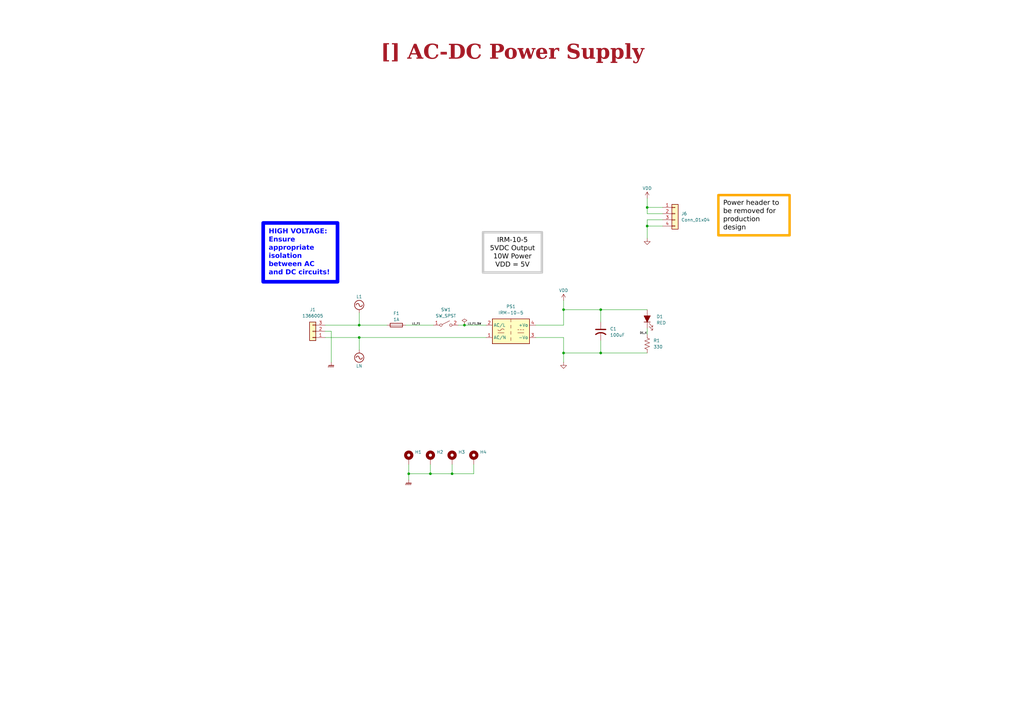
<source format=kicad_sch>
(kicad_sch (version 20250114) (generator "eeschema") (generator_version "9.0")
  (paper "A3")
  (title_block (title "AC-DC Power Supply") (date "2025-08-28") (rev "${REVISION}") (company "${COMPANY}"))
  (lib_symbols
    (symbol "Connector_Generic:Conn_01x03" (pin_names (offset 1.016) (hide yes))
      (property "Reference" "J" (at 0 5.08 0))
      (property "Value" "Conn_01x03" (at 0 -5.08 0))
      (symbol "Conn_01x03_1_1"
        (rectangle (start -1.27 3.81) (end 1.27 -3.81) (stroke (width 0.254)) (fill (type background)))
        (rectangle (start -1.27 2.667) (end 0 2.413) (stroke (width 0.1524)))
        (rectangle (start -1.27 0.127) (end 0 -0.127) (stroke (width 0.1524)))
        (rectangle (start -1.27 -2.413) (end 0 -2.667) (stroke (width 0.1524)))
        (pin passive line (at -5.08 2.54 0) (length 3.81) (name "Pin_1") (number "1"))
        (pin passive line (at -5.08 0 0) (length 3.81) (name "Pin_2") (number "2"))
        (pin passive line (at -5.08 -2.54 0) (length 3.81) (name "Pin_3") (number "3"))
      )
    )
    (symbol "Connector_Generic:Conn_01x04" (pin_names (offset 1.016) (hide yes))
      (property "Reference" "J" (at 0 5.08 0))
      (property "Value" "Conn_01x04" (at 0 -7.62 0))
      (symbol "Conn_01x04_1_1"
        (rectangle (start -1.27 3.81) (end 1.27 -6.35) (stroke (width 0.254)) (fill (type background)))
        (rectangle (start -1.27 2.667) (end 0 2.413) (stroke (width 0.1524)))
        (rectangle (start -1.27 0.127) (end 0 -0.127) (stroke (width 0.1524)))
        (rectangle (start -1.27 -2.413) (end 0 -2.667) (stroke (width 0.1524)))
        (rectangle (start -1.27 -4.953) (end 0 -5.207) (stroke (width 0.1524)))
        (pin passive line (at -5.08 2.54 0) (length 3.81) (name "Pin_1") (number "1"))
        (pin passive line (at -5.08 0 0) (length 3.81) (name "Pin_2") (number "2"))
        (pin passive line (at -5.08 -2.54 0) (length 3.81) (name "Pin_3") (number "3"))
        (pin passive line (at -5.08 -5.08 0) (length 3.81) (name "Pin_4") (number "4"))
      )
    )
    (symbol "Converter_ACDC:IRM-10-5"
      (property "Reference" "PS" (at 0 6.35 0))
      (property "Value" "IRM-10-5" (at 0 -6.35 0))
      (symbol "IRM-10-5_0_1"
        (rectangle (start -7.62 5.08) (end 7.62 -5.08) (stroke (width 0.254)) (fill (type background)))
        (polyline (pts (xy -5.334 -0.635) (xy -2.794 -0.635)))
        (arc (start -4.064 0.635) (mid -4.699 0.2495) (end -5.334 0.635))
        (arc (start -4.064 0.635) (mid -3.429 1.0072) (end -2.794 0.635))
        (polyline (pts (xy 0 5.08) (xy 0 3.81)))
        (polyline (pts (xy 0 2.54) (xy 0 1.27)))
        (polyline (pts (xy 0 0) (xy 0 -1.27)))
        (polyline (pts (xy 0 -2.54) (xy 0 -3.81)))
        (polyline (pts (xy 2.794 0.635) (xy 3.302 0.635)))
        (polyline (pts (xy 2.794 -0.635) (xy 5.334 -0.635)))
        (polyline (pts (xy 3.81 0.635) (xy 4.318 0.635)))
        (polyline (pts (xy 4.826 0.635) (xy 5.334 0.635)))
      )
      (symbol "IRM-10-5_1_1"
        (pin power_in line (at -10.16 2.54 0) (length 2.54) (name "AC/L") (number "2"))
        (pin power_in line (at -10.16 -2.54 0) (length 2.54) (name "AC/N") (number "1"))
        (pin power_out line (at 10.16 2.54 180) (length 2.54) (name "+Vo") (number "4"))
        (pin power_out line (at 10.16 -2.54 180) (length 2.54) (name "-Vo") (number "3"))
      )
    )
    (symbol "Device:C_US" (pin_numbers (hide yes)) (pin_names (offset 0.254) (hide yes))
      (property "Reference" "C" (at 0.635 2.54 0))
      (property "Value" "C_US" (at 0.635 -2.54 0))
      (symbol "C_US_0_1"
        (polyline (pts (xy -2.032 0.762) (xy 2.032 0.762)) (stroke (width 0.508)))
        (arc (start -2.032 -1.27) (mid 0 -0.5572) (end 2.032 -1.27) (stroke (width 0.508)))
      )
      (symbol "C_US_1_1"
        (pin passive line (at 0 3.81 270) (length 2.794) (name "~") (number "1"))
        (pin passive line (at 0 -3.81 90) (length 3.302) (name "~") (number "2"))
      )
    )
    (symbol "Device:Fuse" (pin_numbers (hide yes)) (pin_names (offset 0))
      (property "Reference" "F" (at 2.032 0 90))
      (property "Value" "Fuse" (at -1.905 0 90))
      (symbol "Fuse_0_1"
        (rectangle (start -0.762 -2.54) (end 0.762 2.54) (stroke (width 0.254)))
        (polyline (pts (xy 0 2.54) (xy 0 -2.54)))
      )
      (symbol "Fuse_1_1"
        (pin passive line (at 0 3.81 270) (length 1.27) (name "~") (number "1"))
        (pin passive line (at 0 -3.81 90) (length 1.27) (name "~") (number "2"))
      )
    )
    (symbol "Device:LED_Filled" (pin_numbers (hide yes)) (pin_names (offset 1.016) (hide yes))
      (property "Reference" "D" (at 0 2.54 0))
      (property "Value" "LED_Filled" (at 0 -2.54 0))
      (property "Sim.Pins" "1=K 2=A" (at 0 0 0))
      (symbol "LED_Filled_0_1"
        (polyline (pts (xy -3.048 -0.762) (xy -4.572 -2.286) (xy -3.81 -2.286) (xy -4.572 -2.286) (xy -4.572 -1.524)))
        (polyline (pts (xy -1.778 -0.762) (xy -3.302 -2.286) (xy -2.54 -2.286) (xy -3.302 -2.286) (xy -3.302 -1.524)))
        (polyline (pts (xy -1.27 0) (xy 1.27 0)))
        (polyline (pts (xy -1.27 -1.27) (xy -1.27 1.27)) (stroke (width 0.254)))
        (polyline (pts (xy 1.27 -1.27) (xy 1.27 1.27) (xy -1.27 0) (xy 1.27 -1.27)) (stroke (width 0.254)) (fill (type outline)))
      )
      (symbol "LED_Filled_1_1"
        (pin passive line (at -3.81 0 0) (length 2.54) (name "K") (number "1"))
        (pin passive line (at 3.81 0 180) (length 2.54) (name "A") (number "2"))
      )
    )
    (symbol "Device:R_US" (pin_numbers (hide yes)) (pin_names (offset 0))
      (property "Reference" "R" (at 2.54 0 90))
      (property "Value" "R_US" (at -2.54 0 90))
      (symbol "R_US_0_1"
        (polyline (pts (xy 0 2.286) (xy 0 2.54)))
        (polyline (pts (xy 0 2.286) (xy 1.016 1.905) (xy 0 1.524) (xy -1.016 1.143) (xy 0 0.762)))
        (polyline (pts (xy 0 0.762) (xy 1.016 0.381) (xy 0 0) (xy -1.016 -0.381) (xy 0 -0.762)))
        (polyline (pts (xy 0 -0.762) (xy 1.016 -1.143) (xy 0 -1.524) (xy -1.016 -1.905) (xy 0 -2.286)))
        (polyline (pts (xy 0 -2.286) (xy 0 -2.54)))
      )
      (symbol "R_US_1_1"
        (pin passive line (at 0 3.81 270) (length 1.27) (name "~") (number "1"))
        (pin passive line (at 0 -3.81 90) (length 1.27) (name "~") (number "2"))
      )
    )
    (symbol "Mechanical:MountingHole_Pad" (pin_numbers (hide yes)) (pin_names (offset 1.016) (hide yes)) (in_bom no)
      (property "Reference" "H" (at 0 6.35 0))
      (property "Value" "MountingHole_Pad" (at 0 4.445 0))
      (symbol "MountingHole_Pad_0_1"
        (circle (center 0 1.27) (radius 1.27) (stroke (width 1.27)))
      )
      (symbol "MountingHole_Pad_1_1"
        (pin input line (at 0 -2.54 90) (length 2.54) (name "1") (number "1"))
      )
    )
    (symbol "Switch:SW_SPST" (pin_names (offset 0) (hide yes))
      (property "Reference" "SW" (at 0 3.175 0))
      (property "Value" "SW_SPST" (at 0 -2.54 0))
      (symbol "SW_SPST_0_0"
        (circle (center -2.032 0) (radius 0.508))
        (polyline (pts (xy -1.524 0.254) (xy 1.524 1.778)))
        (circle (center 2.032 0) (radius 0.508))
      )
      (symbol "SW_SPST_1_1"
        (pin passive line (at -5.08 0 0) (length 2.54) (name "A") (number "1"))
        (pin passive line (at 5.08 0 180) (length 2.54) (name "B") (number "2"))
      )
    )
    (symbol "power:AC" (power) (pin_numbers (hide yes)) (pin_names (offset 0) (hide yes))
      (property "Value" "AC" (at 0 6.35 0))
      (symbol "AC_0_1"
        (arc (start -1.27 3.175) (mid -0.635 3.8073) (end 0 3.175) (stroke (width 0.254)))
        (circle (center 0 3.175) (radius 1.905) (stroke (width 0.254)))
        (polyline (pts (xy 0 0) (xy 0 1.27)))
        (arc (start 1.27 3.175) (mid 0.635 2.5427) (end 0 3.175) (stroke (width 0.254)))
      )
      (symbol "AC_1_1"
        (pin power_in line (at 0 0 90) (length 0) (name "~") (number "1"))
      )
    )
    (symbol "power:GND" (power) (pin_numbers (hide yes)) (pin_names (offset 0) (hide yes))
      (property "Value" "GND" (at 0 -3.81 0))
      (symbol "GND_0_1"
        (polyline (pts (xy 0 0) (xy 0 -1.27) (xy 1.27 -1.27) (xy 0 -2.54) (xy -1.27 -1.27) (xy 0 -1.27)))
      )
      (symbol "GND_1_1"
        (pin power_in line (at 0 0 270) (length 0) (name "~") (number "1"))
      )
    )
    (symbol "power:GNDPWR" (power) (pin_numbers (hide yes)) (pin_names (offset 0) (hide yes))
      (property "Value" "GNDPWR" (at 0 -3.302 0))
      (symbol "GNDPWR_0_1"
        (polyline (pts (xy -1.016 -1.27) (xy -1.27 -2.032) (xy -1.27 -2.032)) (stroke (width 0.2032)))
        (polyline (pts (xy -0.508 -1.27) (xy -0.762 -2.032) (xy -0.762 -2.032)) (stroke (width 0.2032)))
        (polyline (pts (xy 0 -1.27) (xy 0 0)))
        (polyline (pts (xy 0 -1.27) (xy -0.254 -2.032) (xy -0.254 -2.032)) (stroke (width 0.2032)))
        (polyline (pts (xy 0.508 -1.27) (xy 0.254 -2.032) (xy 0.254 -2.032)) (stroke (width 0.2032)))
        (polyline (pts (xy 1.016 -1.27) (xy -1.016 -1.27) (xy -1.016 -1.27)) (stroke (width 0.2032)))
        (polyline (pts (xy 1.016 -1.27) (xy 0.762 -2.032) (xy 0.762 -2.032) (xy 0.762 -2.032)) (stroke (width 0.2032)))
      )
      (symbol "GNDPWR_1_1"
        (pin power_in line (at 0 0 270) (length 0) (name "~") (number "1"))
      )
    )
    (symbol "power:PWR_FLAG" (power) (pin_numbers (hide yes)) (pin_names (offset 0) (hide yes))
      (property "Value" "PWR_FLAG" (at 0 3.81 0))
      (symbol "PWR_FLAG_0_0"
        (pin power_out line (at 0 0 90) (length 0) (name "~") (number "1"))
      )
      (symbol "PWR_FLAG_0_1"
        (polyline (pts (xy 0 0) (xy 0 1.27) (xy -1.016 1.905) (xy 0 2.54) (xy 1.016 1.905) (xy 0 1.27)))
      )
    )
    (symbol "power:VDD" (power) (pin_numbers (hide yes)) (pin_names (offset 0) (hide yes))
      (property "Value" "VDD" (at 0 3.556 0))
      (symbol "VDD_0_1"
        (polyline (pts (xy -0.762 1.27) (xy 0 2.54)))
        (polyline (pts (xy 0 2.54) (xy 0.762 1.27)))
        (polyline (pts (xy 0 0) (xy 0 2.54)))
      )
      (symbol "VDD_1_1"
        (pin power_in line (at 0 0 90) (length 0) (name "~") (number "1"))
      )
    )
  )
  (text_box "HIGH VOLTAGE:\nEnsure appropriate isolation between AC and DC circuits!" (at 107.95 91.44 0) (size 30.48 24.13) (margins 2.25 2.25 2.25 2.25) (stroke (width 1.5) (color 0 0 255 1)) (effects (font (size 2 2) (thickness 0.4) (bold yes)) (justify left top)))
  (text_box "Power header to be removed for production design" (at 294.64 80.01 0) (size 29.21 16.51) (margins 2 2 2 2) (stroke (width 1) (color 255 165 0 1)) (effects (font (size 2 2)) (justify left top)))
  (text_box "[${#}] ${TITLE}" (at 10.16 15.24 0) (size 400.05 12.7) (margins 5.9999 5.9999 5.9999 5.9999) (stroke (width -0.0001)) (effects (font (size 6 6) (thickness 1.2) (bold yes))))
  (text_box "IRM-10-5\n5VDC Output\n10W Power\nVDD = 5V" (at 198.12 95.25 0) (size 24.13 16.51) (margins 2 2 2 2) (stroke (width 1) (color 200 200 200 1)) (effects (font (size 2 2)) (justify top)))
  (junction (at 246.38 127))
  (junction (at 190.5 133.35))
  (junction (at 147.32 138.43))
  (junction (at 246.38 144.78))
  (junction (at 167.64 194.31))
  (junction (at 265.43 92.71))
  (junction (at 265.43 85.09))
  (junction (at 231.14 144.78))
  (junction (at 147.32 133.35))
  (junction (at 231.14 127))
  (junction (at 176.53 194.31))
  (junction (at 185.42 194.31))
  (wire (pts (xy 271.78 90.17) (xy 265.43 90.17)))
  (wire (pts (xy 185.42 194.31) (xy 176.53 194.31)))
  (wire (pts (xy 246.38 144.78) (xy 246.38 139.7)))
  (wire (pts (xy 231.14 144.78) (xy 246.38 144.78)))
  (wire (pts (xy 265.43 87.63) (xy 265.43 85.09)))
  (wire (pts (xy 176.53 194.31) (xy 167.64 194.31)))
  (wire (pts (xy 265.43 85.09) (xy 265.43 81.28)))
  (wire (pts (xy 231.14 127) (xy 231.14 133.35)))
  (wire (pts (xy 187.96 133.35) (xy 190.5 133.35)))
  (wire (pts (xy 231.14 144.78) (xy 231.14 148.59)))
  (wire (pts (xy 133.35 138.43) (xy 147.32 138.43)))
  (wire (pts (xy 176.53 190.5) (xy 176.53 194.31)))
  (wire (pts (xy 167.64 190.5) (xy 167.64 194.31)))
  (wire (pts (xy 147.32 138.43) (xy 147.32 143.51)))
  (wire (pts (xy 135.89 135.89) (xy 133.35 135.89)))
  (wire (pts (xy 265.43 85.09) (xy 271.78 85.09)))
  (wire (pts (xy 167.64 194.31) (xy 167.64 196.85)))
  (wire (pts (xy 265.43 92.71) (xy 271.78 92.71)))
  (wire (pts (xy 185.42 190.5) (xy 185.42 194.31)))
  (wire (pts (xy 219.71 133.35) (xy 231.14 133.35)))
  (wire (pts (xy 147.32 128.27) (xy 147.32 133.35)))
  (wire (pts (xy 271.78 87.63) (xy 265.43 87.63)))
  (wire (pts (xy 133.35 133.35) (xy 147.32 133.35)))
  (wire (pts (xy 190.5 133.35) (xy 199.39 133.35)))
  (wire (pts (xy 265.43 90.17) (xy 265.43 92.71)))
  (wire (pts (xy 219.71 138.43) (xy 231.14 138.43)))
  (wire (pts (xy 246.38 127) (xy 231.14 127)))
  (wire (pts (xy 231.14 138.43) (xy 231.14 144.78)))
  (wire (pts (xy 231.14 123.19) (xy 231.14 127)))
  (wire (pts (xy 147.32 133.35) (xy 158.75 133.35)))
  (wire (pts (xy 246.38 144.78) (xy 265.43 144.78)))
  (wire (pts (xy 194.31 194.31) (xy 185.42 194.31)))
  (wire (pts (xy 246.38 132.08) (xy 246.38 127)))
  (wire (pts (xy 135.89 148.59) (xy 135.89 135.89)))
  (wire (pts (xy 147.32 138.43) (xy 199.39 138.43)))
  (wire (pts (xy 246.38 127) (xy 265.43 127)))
  (wire (pts (xy 194.31 190.5) (xy 194.31 194.31)))
  (wire (pts (xy 166.37 133.35) (xy 177.8 133.35)))
  (wire (pts (xy 265.43 92.71) (xy 265.43 97.79)))
  (wire (pts (xy 265.43 134.62) (xy 265.43 137.16)))
  (label "L1_F1_SW" (at 191.77 133.35 0) (effects (font (size 0.762 0.762))))
  (label "D1_K" (at 265.43 137.16 180) (effects (font (size 0.762 0.762))))
  (label "L1_F1" (at 168.91 133.35 0) (effects (font (size 0.762 0.762))))
  (symbol (lib_id "Mechanical:MountingHole_Pad") (at 194.31 187.96 0) (unit 1) (in_bom no)
    (property "Reference" "H4" (at 196.85 185.4199 0) (effects (justify left)))
    (property "Value" "MountingHole_Pad" (effects (hide yes)))
    (property "Footprint" "MountingHole:MountingHole_2.7mm_M2.5_Pad_Via" (effects (hide yes)))
    (property "Description" "Mounting Hole with connection" (effects (hide yes)))
  )
  (symbol (lib_id "Device:C_US") (at 246.38 135.89 0) (unit 1)
    (property "Reference" "C1" (at 250.19 134.8739 0) (effects (justify left)))
    (property "Value" "100uF" (at 250.19 137.4139 0) (effects (justify left)))
    (property "Footprint" "Capacitor_THT:C_Radial_D5.0mm_H5.0mm_P2.00mm" (effects (hide yes)))
    (property "Description" "capacitor, US symbol" (effects (hide yes)))
  )
  (symbol (lib_id "Connector_Generic:Conn_01x03") (at 128.27 135.89 180) (unit 1)
    (property "Reference" "J1" (at 128.27 127 0))
    (property "Value" "1366005" (at 128.27 129.54 0))
    (property "Footprint" "PhoenixContact_SPTA:SPTA-THR 2.53-5.0 P26" (effects (hide yes)))
    (property "Description" "Generic connector, single row, 01x03, script generated (kicad-library-utils/schlib/autogen/connector/)" (effects (hide yes)))
  )
  (symbol (lib_id "power:AC") (at 147.32 128.27 0) (unit 1)
    (property "Reference" "#PWR04" (effects (hide yes)))
    (property "Value" "L1" (at 147.32 121.666 0))
    (property "Description" "Power symbol creates a global label with name \"AC\"" (effects (hide yes)))
  )
  (symbol (lib_id "power:GNDPWR") (at 135.89 148.59 0) (unit 1)
    (property "Reference" "#PWR01" (effects (hide yes)))
    (property "Value" "GNDPWR" (effects (hide yes)))
    (property "Description" "Power symbol creates a global label with name \"GNDPWR\" , global ground" (effects (hide yes)))
  )
  (symbol (lib_id "Device:R_US") (at 265.43 140.97 0) (unit 1)
    (property "Reference" "R1" (at 267.97 139.6999 0) (effects (justify left)))
    (property "Value" "330" (at 267.97 142.2399 0) (effects (justify left)))
    (property "Footprint" "Resistor_SMD:R_0603_1608Metric_Pad0.98x0.95mm_HandSolder" (effects (hide yes)))
    (property "Description" "Resistor, US symbol" (effects (hide yes)))
  )
  (symbol (lib_id "Mechanical:MountingHole_Pad") (at 176.53 187.96 0) (unit 1) (in_bom no)
    (property "Reference" "H2" (at 179.07 185.4199 0) (effects (justify left)))
    (property "Value" "MountingHole_Pad" (effects (hide yes)))
    (property "Footprint" "MountingHole:MountingHole_2.7mm_M2.5_Pad_Via" (effects (hide yes)))
    (property "Description" "Mounting Hole with connection" (effects (hide yes)))
  )
  (symbol (lib_id "power:AC") (at 147.32 143.51 180) (unit 1)
    (property "Reference" "#PWR02" (effects (hide yes)))
    (property "Value" "LN" (at 147.32 150.114 0))
    (property "Description" "Power symbol creates a global label with name \"AC\"" (effects (hide yes)))
  )
  (symbol (lib_id "Switch:SW_SPST") (at 182.88 133.35 0) (unit 1)
    (property "Reference" "SW1" (at 182.88 127 0))
    (property "Value" "SW_SPST" (at 182.88 129.54 0))
    (property "Footprint" "TerminalBlock_Phoenix:TerminalBlock_Phoenix_MKDS-1,5-2-5.08_1x02_P5.08mm_Horizontal" (effects (hide yes)))
    (property "Description" "Single Pole Single Throw (SPST) switch" (effects (hide yes)))
  )
  (symbol (lib_id "power:GNDPWR") (at 167.64 196.85 0) (unit 1)
    (property "Reference" "#PWR010" (effects (hide yes)))
    (property "Value" "GNDPWR" (effects (hide yes)))
    (property "Description" "Power symbol creates a global label with name \"GNDPWR\" , global ground" (effects (hide yes)))
  )
  (symbol (lib_id "power:PWR_FLAG") (at 190.5 133.35 0) (unit 1)
    (property "Reference" "#FLG01" (effects (hide yes)))
    (property "Value" "PWR_FLAG" (effects (hide yes)))
    (property "Description" "Special symbol for telling ERC where power comes from" (effects (hide yes)))
  )
  (symbol (lib_id "Converter_ACDC:IRM-10-5") (at 209.55 135.89 0) (unit 1)
    (property "Reference" "PS1" (at 209.55 125.73 0))
    (property "Value" "IRM-10-5" (at 209.55 128.27 0))
    (property "Footprint" "Converter_ACDC:Converter_ACDC_MeanWell_IRM-10-xx_THT" (effects (hide yes)))
    (property "Datasheet" "https://www.meanwell.com/Upload/PDF/IRM-10/IRM-10-SPEC.PDF" (effects (hide yes)))
    (property "Description" "5V, 2A, 10W, Isolated, AC-DC, 222A(IRM10)" (effects (hide yes)))
  )
  (symbol (lib_id "power:GND") (at 265.43 97.79 0) (unit 1)
    (property "Reference" "#PWR027" (effects (hide yes)))
    (property "Value" "GND" (effects (hide yes)))
    (property "Description" "Power symbol creates a global label with name \"GND\" , ground" (effects (hide yes)))
  )
  (symbol (lib_id "power:VDD") (at 265.43 81.28 0) (unit 1)
    (property "Reference" "#PWR026" (effects (hide yes)))
    (property "Value" "VDD" (at 265.43 77.216 0))
    (property "Description" "Power symbol creates a global label with name \"VDD\"" (effects (hide yes)))
  )
  (symbol (lib_id "Connector_Generic:Conn_01x04") (at 276.86 87.63 0) (unit 1)
    (property "Reference" "J6" (at 279.4 87.6299 0) (effects (justify left)))
    (property "Value" "Conn_01x04" (at 279.4 90.1699 0) (effects (justify left)))
    (property "Footprint" "Connector_PinHeader_2.54mm:PinHeader_1x04_P2.54mm_Vertical" (effects (hide yes)))
    (property "Description" "Generic connector, single row, 01x04, script generated (kicad-library-utils/schlib/autogen/connector/)" (effects (hide yes)))
  )
  (symbol (lib_id "Device:LED_Filled") (at 265.43 130.81 90) (unit 1)
    (property "Reference" "D1" (at 269.24 129.8574 90) (effects (justify right)))
    (property "Value" "RED" (at 269.24 132.3974 90) (effects (justify right)))
    (property "Footprint" "LED_SMD:LED_0603_1608Metric_Pad1.05x0.95mm_HandSolder" (effects (hide yes)))
    (property "Description" "Light emitting diode, filled shape" (effects (hide yes)))
  )
  (symbol (lib_id "power:VDD") (at 231.14 123.19 0) (unit 1)
    (property "Reference" "#PWR03" (effects (hide yes)))
    (property "Value" "VDD" (at 231.14 119.126 0))
    (property "Description" "Power symbol creates a global label with name \"VDD\"" (effects (hide yes)))
  )
  (symbol (lib_id "Mechanical:MountingHole_Pad") (at 167.64 187.96 0) (unit 1) (in_bom no)
    (property "Reference" "H1" (at 170.18 185.4199 0) (effects (justify left)))
    (property "Value" "MountingHole_Pad" (effects (hide yes)))
    (property "Footprint" "MountingHole:MountingHole_2.7mm_M2.5_Pad_Via" (effects (hide yes)))
    (property "Description" "Mounting Hole with connection" (effects (hide yes)))
  )
  (symbol (lib_id "Device:Fuse") (at 162.56 133.35 90) (unit 1)
    (property "Reference" "F1" (at 162.56 128.524 90))
    (property "Value" "1A" (at 162.56 131.064 90))
    (property "Footprint" "Fuse:Fuseholder_Clip-5x20mm_Bel_FC-203-22_Lateral_P17.80x5.00mm_D1.17mm_Horizontal" (effects (hide yes)))
    (property "Description" "Fuse" (effects (hide yes)))
  )
  (symbol (lib_id "Mechanical:MountingHole_Pad") (at 185.42 187.96 0) (unit 1) (in_bom no)
    (property "Reference" "H3" (at 187.96 185.4199 0) (effects (justify left)))
    (property "Value" "MountingHole_Pad" (effects (hide yes)))
    (property "Footprint" "MountingHole:MountingHole_2.7mm_M2.5_Pad_Via" (effects (hide yes)))
    (property "Description" "Mounting Hole with connection" (effects (hide yes)))
  )
  (symbol (lib_id "power:GND") (at 231.14 148.59 0) (unit 1)
    (property "Reference" "#PWR05" (effects (hide yes)))
    (property "Value" "GND" (effects (hide yes)))
    (property "Description" "Power symbol creates a global label with name \"GND\" , ground" (effects (hide yes)))
  )
)
</source>
